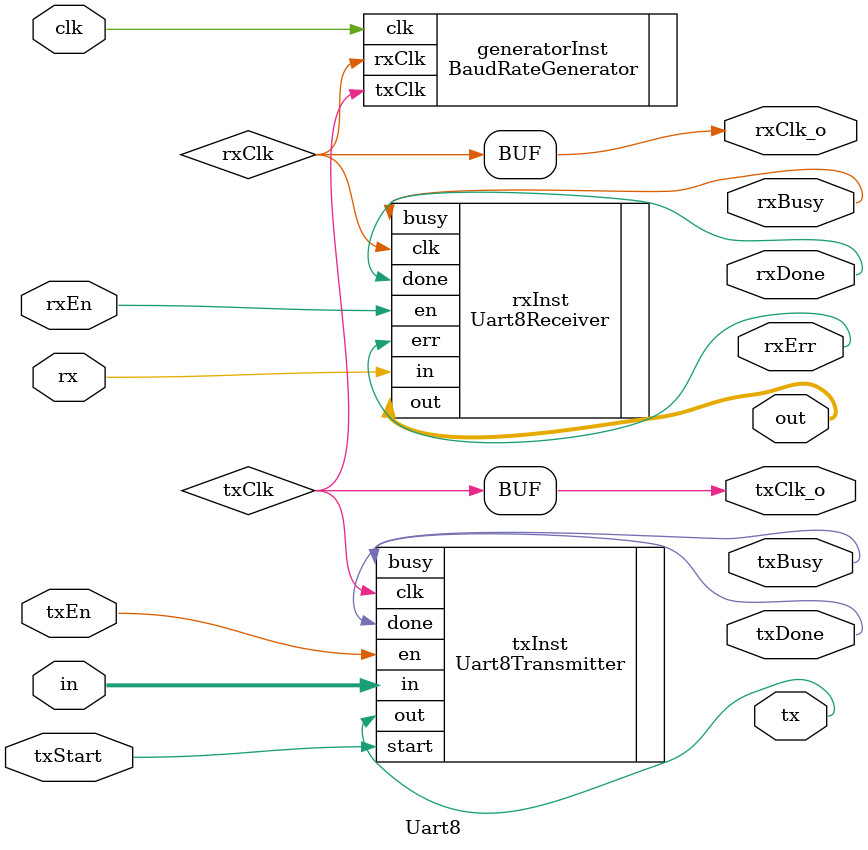
<source format=v>
/*
 * Simple 8-bit UART realization.
 * Combine receiver, transmitter and baud rate generator.
 * Able to operate 8 bits of serial data, one start bit, one stop bit.
 */
module Uart8#(
    parameter CLOCK_RATE = 100000000, // board internal clock
    parameter BAUD_RATE = 9600
)(
    input wire clk,

    // rx interface
    input wire rx,
    input wire rxEn,
    output wire [7:0] out,
    output wire rxDone,
    output wire rxBusy,
    output wire rxErr,

    // tx interface
    output wire tx,
    input wire txEn,
    input wire txStart,
    input wire [7:0] in,
    output wire txDone,
    output wire txBusy,

    output wire rxClk_o,
    output wire txClk_o
);
wire rxClk;
wire txClk;

BaudRateGenerator #(
    .CLOCK_RATE(CLOCK_RATE),
    .BAUD_RATE(BAUD_RATE)
) generatorInst (
    .clk(clk),
    .rxClk(rxClk),
    .txClk(txClk)
);

Uart8Receiver rxInst (
    .clk(rxClk),
    .en(rxEn),
    .in(rx),
    .out(out),
    .done(rxDone),
    .busy(rxBusy),
    .err(rxErr)
);

Uart8Transmitter txInst (
    .clk(txClk),
    .en(txEn),
    .start(txStart),
    .in(in),
    .out(tx),
    .done(txDone),
    .busy(txBusy)
);

assign rxClk_o = rxClk;
assign txClk_o = txClk;

endmodule

</source>
